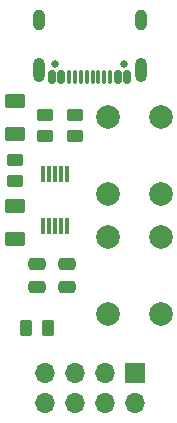
<source format=gbr>
%TF.GenerationSoftware,KiCad,Pcbnew,7.0.9*%
%TF.CreationDate,2024-05-14T19:27:58+09:00*%
%TF.ProjectId,06_WRITER,30365f57-5249-4544-9552-2e6b69636164,rev?*%
%TF.SameCoordinates,Original*%
%TF.FileFunction,Soldermask,Top*%
%TF.FilePolarity,Negative*%
%FSLAX46Y46*%
G04 Gerber Fmt 4.6, Leading zero omitted, Abs format (unit mm)*
G04 Created by KiCad (PCBNEW 7.0.9) date 2024-05-14 19:27:58*
%MOMM*%
%LPD*%
G01*
G04 APERTURE LIST*
G04 Aperture macros list*
%AMRoundRect*
0 Rectangle with rounded corners*
0 $1 Rounding radius*
0 $2 $3 $4 $5 $6 $7 $8 $9 X,Y pos of 4 corners*
0 Add a 4 corners polygon primitive as box body*
4,1,4,$2,$3,$4,$5,$6,$7,$8,$9,$2,$3,0*
0 Add four circle primitives for the rounded corners*
1,1,$1+$1,$2,$3*
1,1,$1+$1,$4,$5*
1,1,$1+$1,$6,$7*
1,1,$1+$1,$8,$9*
0 Add four rect primitives between the rounded corners*
20,1,$1+$1,$2,$3,$4,$5,0*
20,1,$1+$1,$4,$5,$6,$7,0*
20,1,$1+$1,$6,$7,$8,$9,0*
20,1,$1+$1,$8,$9,$2,$3,0*%
G04 Aperture macros list end*
%ADD10R,1.700000X1.700000*%
%ADD11O,1.700000X1.700000*%
%ADD12RoundRect,0.250000X0.625000X-0.375000X0.625000X0.375000X-0.625000X0.375000X-0.625000X-0.375000X0*%
%ADD13R,0.300000X1.400000*%
%ADD14RoundRect,0.250000X-0.475000X0.250000X-0.475000X-0.250000X0.475000X-0.250000X0.475000X0.250000X0*%
%ADD15RoundRect,0.250000X0.450000X-0.262500X0.450000X0.262500X-0.450000X0.262500X-0.450000X-0.262500X0*%
%ADD16RoundRect,0.250000X-0.450000X0.262500X-0.450000X-0.262500X0.450000X-0.262500X0.450000X0.262500X0*%
%ADD17C,0.650000*%
%ADD18RoundRect,0.150000X0.150000X0.425000X-0.150000X0.425000X-0.150000X-0.425000X0.150000X-0.425000X0*%
%ADD19RoundRect,0.075000X0.075000X0.500000X-0.075000X0.500000X-0.075000X-0.500000X0.075000X-0.500000X0*%
%ADD20O,1.000000X2.100000*%
%ADD21O,1.000000X1.800000*%
%ADD22RoundRect,0.250000X-0.262500X-0.450000X0.262500X-0.450000X0.262500X0.450000X-0.262500X0.450000X0*%
%ADD23C,2.000000*%
%ADD24RoundRect,0.250000X0.475000X-0.250000X0.475000X0.250000X-0.475000X0.250000X-0.475000X-0.250000X0*%
G04 APERTURE END LIST*
D10*
%TO.C,J2*%
X175260000Y-97155000D03*
D11*
X175260000Y-99695000D03*
X172720000Y-97155000D03*
X172720000Y-99695000D03*
X170180000Y-97155000D03*
X170180000Y-99695000D03*
X167640000Y-97155000D03*
X167640000Y-99695000D03*
%TD*%
D12*
%TO.C,D2*%
X165100000Y-85855000D03*
X165100000Y-83055000D03*
%TD*%
D13*
%TO.C,U1*%
X169545000Y-80350000D03*
X169045000Y-80350000D03*
X168545000Y-80350000D03*
X168045000Y-80350000D03*
X167545000Y-80350000D03*
X167545000Y-84750000D03*
X168045000Y-84750000D03*
X168545000Y-84750000D03*
X169045000Y-84750000D03*
X169545000Y-84750000D03*
%TD*%
D14*
%TO.C,C1*%
X167005000Y-87950000D03*
X167005000Y-89850000D03*
%TD*%
D15*
%TO.C,R2*%
X167640000Y-77112500D03*
X167640000Y-75287500D03*
%TD*%
%TO.C,R1*%
X170180000Y-77112500D03*
X170180000Y-75287500D03*
%TD*%
D16*
%TO.C,R3*%
X165100000Y-79097500D03*
X165100000Y-80922500D03*
%TD*%
D17*
%TO.C,J1*%
X174340000Y-70990000D03*
X168560000Y-70990000D03*
D18*
X174650000Y-72065000D03*
X173850000Y-72065000D03*
D19*
X172700000Y-72065000D03*
X171700000Y-72065000D03*
X171200000Y-72065000D03*
X170200000Y-72065000D03*
D18*
X169050000Y-72065000D03*
X168250000Y-72065000D03*
X168250000Y-72065000D03*
X169050000Y-72065000D03*
D19*
X169700000Y-72065000D03*
X170700000Y-72065000D03*
X172200000Y-72065000D03*
X173200000Y-72065000D03*
D18*
X173850000Y-72065000D03*
X174650000Y-72065000D03*
D20*
X175770000Y-71490000D03*
D21*
X175770000Y-67310000D03*
D20*
X167130000Y-71490000D03*
D21*
X167130000Y-67310000D03*
%TD*%
D22*
%TO.C,R4*%
X166092500Y-93345000D03*
X167917500Y-93345000D03*
%TD*%
D23*
%TO.C,SW2*%
X173010000Y-81990000D03*
X173010000Y-75490000D03*
X177510000Y-81990000D03*
X177510000Y-75490000D03*
%TD*%
D12*
%TO.C,D1*%
X165100000Y-76965000D03*
X165100000Y-74165000D03*
%TD*%
D24*
%TO.C,C2*%
X169545000Y-89850000D03*
X169545000Y-87950000D03*
%TD*%
D23*
%TO.C,SW1*%
X173030000Y-92150000D03*
X173030000Y-85650000D03*
X177530000Y-92150000D03*
X177530000Y-85650000D03*
%TD*%
M02*

</source>
